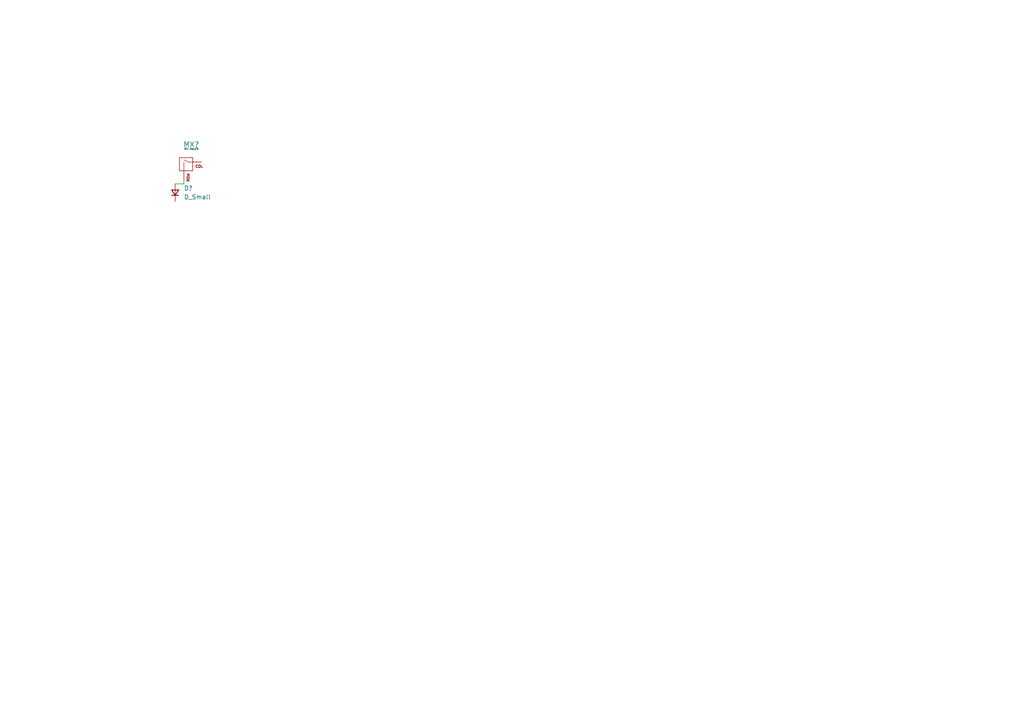
<source format=kicad_sch>
(kicad_sch (version 20211123) (generator eeschema)
  (paper "A4")
  (lib_symbols
    (symbol "Device:D_Small" (pin_numbers hide) (pin_names (offset 0.254) hide)
      (property "Reference" "D" (at -1.27 2.032 0))
      (property "Value" "D_Small" (at -3.81 -2.032 0))
      (symbol "D_Small_0_1"
        (polyline (pts (xy -0.762 -1.016) (xy -0.762 1.016)) (stroke (width 0.254)))
        (polyline (pts (xy -0.762 0) (xy 0.762 0)))
        (polyline (pts (xy 0.762 -1.016) (xy -0.762 0) (xy 0.762 1.016) (xy 0.762 -1.016)) (stroke (width 0.254)))
      )
      (symbol "D_Small_1_1"
        (pin passive line (at -2.54 0 0) (length 1.778) (name "K") (number "1"))
        (pin passive line (at 2.54 0 180) (length 1.778) (name "A") (number "2"))
      )
    )
    (symbol "MX_Alps_Hybrid:MX-NoLED" (pin_names (offset 1.016))
      (property "Reference" "MX" (at -0.635 3.81 0))
      (property "Value" "MX-NoLED" (at -0.635 1.27 0))
      (symbol "MX-NoLED_0_0"
        (rectangle (start -2.54 2.54) (end 1.27 -1.27))
        (polyline (pts (xy -1.27 -1.27) (xy -1.27 1.27)) (stroke (width 0.127)))
        (polyline (pts (xy 1.27 1.27) (xy 0 1.27) (xy -1.27 1.905)) (stroke (width 0.127)))
        (text "COL" (at 3.175 0 0) (effects (font (size 0.762 0.762))))
        (text "ROW" (at 0 -1.905 900) (effects (font (size 0.762 0.762)) (justify right)))
      )
      (symbol "MX-NoLED_1_1"
        (pin passive line (at 3.81 1.27 180) (length 2.54) (name "COL") (number "1"))
        (pin passive line (at -1.27 -3.81 90) (length 2.54) (name "ROW") (number "2"))
      )
    )
  )
  (wire (pts (xy 50.8 53.34) (xy 53.34 53.34)))
  (wire (pts (xy 53.34 53.34) (xy 53.34 52.07)))
  (symbol (lib_id "MX_Alps_Hybrid:MX-NoLED") (at 54.61 48.26 0) (unit 1)
    (property "Reference" "MX?" (at 55.4956 41.91 0) (effects (font (size 1.524 1.524))))
    (property "Value" "MX-NoLED" (at 55.4956 43.18 0) (effects (font (size 0.508 0.508))))
  )
  (symbol (lib_id "Device:D_Small") (at 50.8 55.88 90) (unit 1)
    (property "Reference" "D?" (at 53.34 54.6099 90) (effects (justify right)))
    (property "Value" "D_Small" (at 53.34 57.1499 90) (effects (justify right)))
  )
)
</source>
